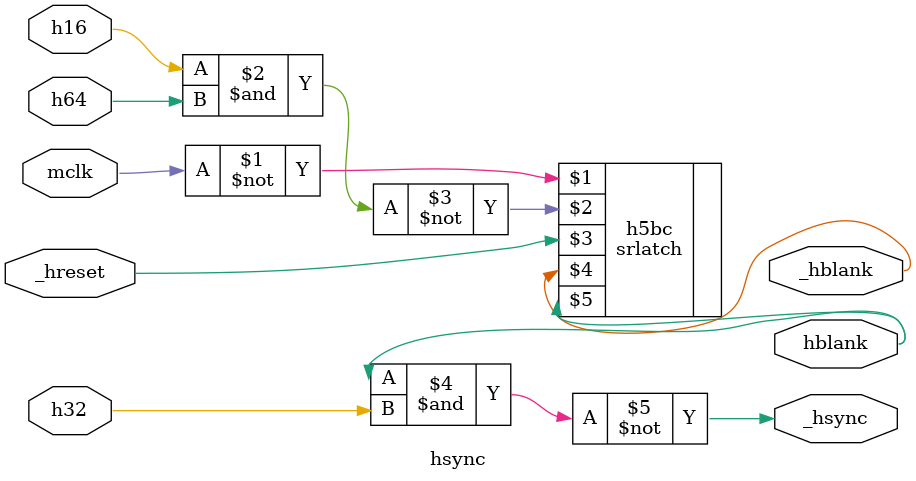
<source format=v>
/*
  MIT License

  Copyright (c) 2019 Richard Eng

  Permission is hereby granted, free of charge, to any person obtaining a copy
  of this software and associated documentation files (the "Software"), to deal
  in the Software without restriction, including without limitation the rights
  to use, copy, modify, merge, publish, distribute, sublicense, and/or sell
  copies of the Software, and to permit persons to whom the Software is
  furnished to do so, subject to the following conditions:

  The above copyright notice and this permission notice shall be included in all
  copies or substantial portions of the Software.

  THE SOFTWARE IS PROVIDED "AS IS", WITHOUT WARRANTY OF ANY KIND, EXPRESS OR
  IMPLIED, INCLUDING BUT NOT LIMITED TO THE WARRANTIES OF MERCHANTABILITY,
  FITNESS FOR A PARTICULAR PURPOSE AND NONINFRINGEMENT. IN NO EVENT SHALL THE
  AUTHORS OR COPYRIGHT HOLDERS BE LIABLE FOR ANY CLAIM, DAMAGES OR OTHER
  LIABILITY, WHETHER IN AN ACTION OF CONTRACT, TORT OR OTHERWISE, ARISING FROM,
  OUT OF OR IN CONNECTION WITH THE SOFTWARE OR THE USE OR OTHER DEALINGS IN THE
  SOFTWARE.
*/

/*
  Pong - Horizontal Sync Circuit
  ------------------------------
*/
`default_nettype none

module hsync
(
    input wire  mclk, _hreset, h16, h32, h64,
    output wire hblank, _hblank, _hsync
);

// hack-hack: "and" with clock to simulate propagation delay of ripple counter...
srlatch h5bc(~mclk, ~(h16 & h64), _hreset, _hblank, hblank);
assign _hsync = ~(hblank & h32);

endmodule

`default_nettype wire

</source>
